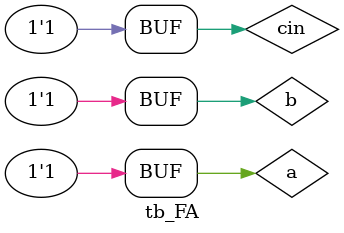
<source format=v>
`timescale 1ns / 1ns


module tb_FA;
    reg a, b, cin;
    wire sum, cout;
    
    FA module_FA(a, b, cin, cout, sum);
    
    initial begin
       $monitor("At time %0t: a=%b b=%b, cin=%b, sum=%b, carry=%b",$time, a,b,cin,cout,sum);
        a = 0; b = 0; cin = 0; #1;
        a = 0; b = 0; cin = 1; #1;
        a = 0; b = 1; cin = 0; #1;
        a = 0; b = 1; cin = 1; #1;
        a = 1; b = 0; cin = 0; #1;
        a = 1; b = 0; cin = 1; #1;
        a = 1; b = 1; cin = 0; #1;
        a = 1; b = 1; cin = 1;
    end
endmodule

</source>
